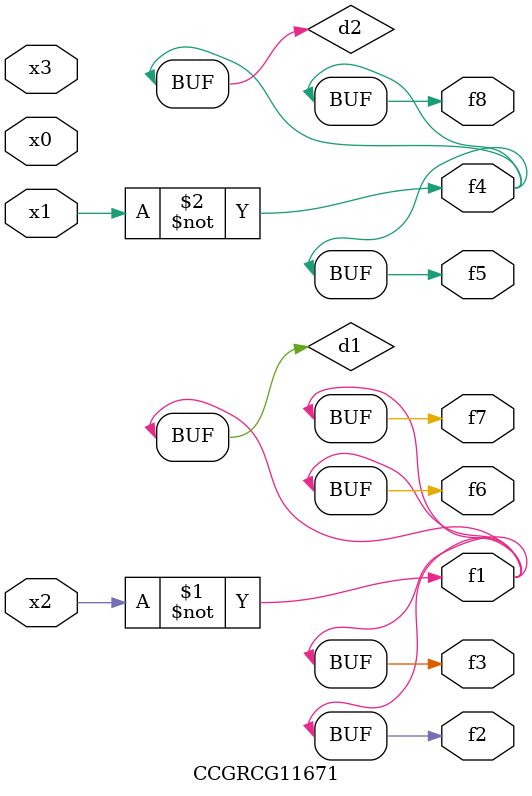
<source format=v>
module CCGRCG11671(
	input x0, x1, x2, x3,
	output f1, f2, f3, f4, f5, f6, f7, f8
);

	wire d1, d2;

	xnor (d1, x2);
	not (d2, x1);
	assign f1 = d1;
	assign f2 = d1;
	assign f3 = d1;
	assign f4 = d2;
	assign f5 = d2;
	assign f6 = d1;
	assign f7 = d1;
	assign f8 = d2;
endmodule

</source>
